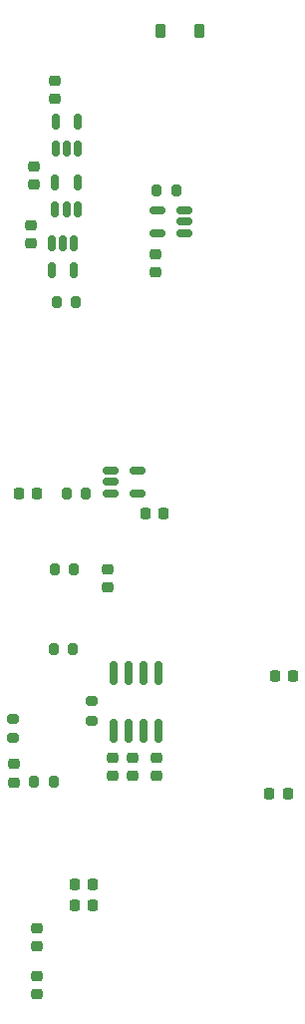
<source format=gbr>
%TF.GenerationSoftware,KiCad,Pcbnew,7.0.6-0*%
%TF.CreationDate,2023-12-30T17:34:11-06:00*%
%TF.ProjectId,fpga_adaptor,66706761-5f61-4646-9170-746f722e6b69,rev?*%
%TF.SameCoordinates,Original*%
%TF.FileFunction,Paste,Top*%
%TF.FilePolarity,Positive*%
%FSLAX46Y46*%
G04 Gerber Fmt 4.6, Leading zero omitted, Abs format (unit mm)*
G04 Created by KiCad (PCBNEW 7.0.6-0) date 2023-12-30 17:34:11*
%MOMM*%
%LPD*%
G01*
G04 APERTURE LIST*
G04 Aperture macros list*
%AMRoundRect*
0 Rectangle with rounded corners*
0 $1 Rounding radius*
0 $2 $3 $4 $5 $6 $7 $8 $9 X,Y pos of 4 corners*
0 Add a 4 corners polygon primitive as box body*
4,1,4,$2,$3,$4,$5,$6,$7,$8,$9,$2,$3,0*
0 Add four circle primitives for the rounded corners*
1,1,$1+$1,$2,$3*
1,1,$1+$1,$4,$5*
1,1,$1+$1,$6,$7*
1,1,$1+$1,$8,$9*
0 Add four rect primitives between the rounded corners*
20,1,$1+$1,$2,$3,$4,$5,0*
20,1,$1+$1,$4,$5,$6,$7,0*
20,1,$1+$1,$6,$7,$8,$9,0*
20,1,$1+$1,$8,$9,$2,$3,0*%
G04 Aperture macros list end*
%ADD10RoundRect,0.225000X-0.225000X-0.250000X0.225000X-0.250000X0.225000X0.250000X-0.225000X0.250000X0*%
%ADD11RoundRect,0.200000X0.200000X0.275000X-0.200000X0.275000X-0.200000X-0.275000X0.200000X-0.275000X0*%
%ADD12RoundRect,0.225000X0.225000X0.250000X-0.225000X0.250000X-0.225000X-0.250000X0.225000X-0.250000X0*%
%ADD13RoundRect,0.225000X0.250000X-0.225000X0.250000X0.225000X-0.250000X0.225000X-0.250000X-0.225000X0*%
%ADD14RoundRect,0.225000X-0.250000X0.225000X-0.250000X-0.225000X0.250000X-0.225000X0.250000X0.225000X0*%
%ADD15RoundRect,0.225000X-0.225000X-0.375000X0.225000X-0.375000X0.225000X0.375000X-0.225000X0.375000X0*%
%ADD16RoundRect,0.150000X-0.512500X-0.150000X0.512500X-0.150000X0.512500X0.150000X-0.512500X0.150000X0*%
%ADD17RoundRect,0.150000X0.150000X-0.512500X0.150000X0.512500X-0.150000X0.512500X-0.150000X-0.512500X0*%
%ADD18RoundRect,0.150000X-0.150000X0.825000X-0.150000X-0.825000X0.150000X-0.825000X0.150000X0.825000X0*%
%ADD19RoundRect,0.150000X-0.150000X0.512500X-0.150000X-0.512500X0.150000X-0.512500X0.150000X0.512500X0*%
%ADD20RoundRect,0.150000X0.512500X0.150000X-0.512500X0.150000X-0.512500X-0.150000X0.512500X-0.150000X0*%
%ADD21RoundRect,0.200000X-0.275000X0.200000X-0.275000X-0.200000X0.275000X-0.200000X0.275000X0.200000X0*%
%ADD22RoundRect,0.218750X0.218750X0.256250X-0.218750X0.256250X-0.218750X-0.256250X0.218750X-0.256250X0*%
%ADD23RoundRect,0.200000X-0.200000X-0.275000X0.200000X-0.275000X0.200000X0.275000X-0.200000X0.275000X0*%
G04 APERTURE END LIST*
D10*
%TO.C,C12*%
X55975000Y-89250000D03*
X57525000Y-89250000D03*
%TD*%
D11*
%TO.C,R5*%
X49900000Y-94000000D03*
X48250000Y-94000000D03*
%TD*%
D12*
%TO.C,C16*%
X68500000Y-103000000D03*
X66950000Y-103000000D03*
%TD*%
D13*
%TO.C,C4*%
X46750000Y-130050000D03*
X46750000Y-128500000D03*
%TD*%
D14*
%TO.C,C14*%
X56905000Y-109925000D03*
X56905000Y-111475000D03*
%TD*%
D15*
%TO.C,D1*%
X57200000Y-48250000D03*
X60500000Y-48250000D03*
%TD*%
D16*
%TO.C,U7*%
X52975000Y-85600000D03*
X52975000Y-86550000D03*
X52975000Y-87500000D03*
X55250000Y-87500000D03*
X55250000Y-85600000D03*
%TD*%
D17*
%TO.C,U4*%
X48300000Y-63387500D03*
X49250000Y-63387500D03*
X50200000Y-63387500D03*
X50200000Y-61112500D03*
X48300000Y-61112500D03*
%TD*%
D10*
%TO.C,C10*%
X45200000Y-87500000D03*
X46750000Y-87500000D03*
%TD*%
D11*
%TO.C,R6*%
X50900000Y-87500000D03*
X49250000Y-87500000D03*
%TD*%
D10*
%TO.C,C2*%
X49950000Y-120750000D03*
X51500000Y-120750000D03*
%TD*%
D14*
%TO.C,C3*%
X46750000Y-124450000D03*
X46750000Y-126000000D03*
%TD*%
D13*
%TO.C,C9*%
X56800000Y-68750000D03*
X56800000Y-67200000D03*
%TD*%
D18*
%TO.C,U8*%
X57060000Y-102750000D03*
X55790000Y-102750000D03*
X54520000Y-102750000D03*
X53250000Y-102750000D03*
X53250000Y-107700000D03*
X54520000Y-107700000D03*
X55790000Y-107700000D03*
X57060000Y-107700000D03*
%TD*%
D11*
%TO.C,R2*%
X50075000Y-71250000D03*
X48425000Y-71250000D03*
%TD*%
D14*
%TO.C,C11*%
X52750000Y-93950000D03*
X52750000Y-95500000D03*
%TD*%
D13*
%TO.C,C5*%
X48250000Y-54000000D03*
X48250000Y-52450000D03*
%TD*%
%TO.C,C6*%
X46500000Y-61275000D03*
X46500000Y-59725000D03*
%TD*%
D19*
%TO.C,U5*%
X49900000Y-66250000D03*
X48950000Y-66250000D03*
X48000000Y-66250000D03*
X48000000Y-68525000D03*
X49900000Y-68525000D03*
%TD*%
D20*
%TO.C,U6*%
X59250000Y-65400000D03*
X59250000Y-64450000D03*
X59250000Y-63500000D03*
X56975000Y-63500000D03*
X56975000Y-65400000D03*
%TD*%
D21*
%TO.C,R8*%
X44700000Y-106650000D03*
X44700000Y-108300000D03*
%TD*%
D22*
%TO.C,D5*%
X68075000Y-113000000D03*
X66500000Y-113000000D03*
%TD*%
D13*
%TO.C,C7*%
X44750000Y-112050000D03*
X44750000Y-110500000D03*
%TD*%
D14*
%TO.C,C15*%
X54905000Y-109925000D03*
X54905000Y-111475000D03*
%TD*%
D23*
%TO.C,R3*%
X56925000Y-61750000D03*
X58575000Y-61750000D03*
%TD*%
D14*
%TO.C,C13*%
X53155000Y-109925000D03*
X53155000Y-111475000D03*
%TD*%
D10*
%TO.C,C1*%
X49950000Y-122500000D03*
X51500000Y-122500000D03*
%TD*%
D11*
%TO.C,R4*%
X49790000Y-100750000D03*
X48140000Y-100750000D03*
%TD*%
%TO.C,R1*%
X48150000Y-112000000D03*
X46500000Y-112000000D03*
%TD*%
D21*
%TO.C,R7*%
X51405000Y-105150000D03*
X51405000Y-106800000D03*
%TD*%
D13*
%TO.C,C8*%
X46250000Y-66300000D03*
X46250000Y-64750000D03*
%TD*%
D17*
%TO.C,U3*%
X48350000Y-58250000D03*
X49300000Y-58250000D03*
X50250000Y-58250000D03*
X50250000Y-55975000D03*
X48350000Y-55975000D03*
%TD*%
M02*

</source>
